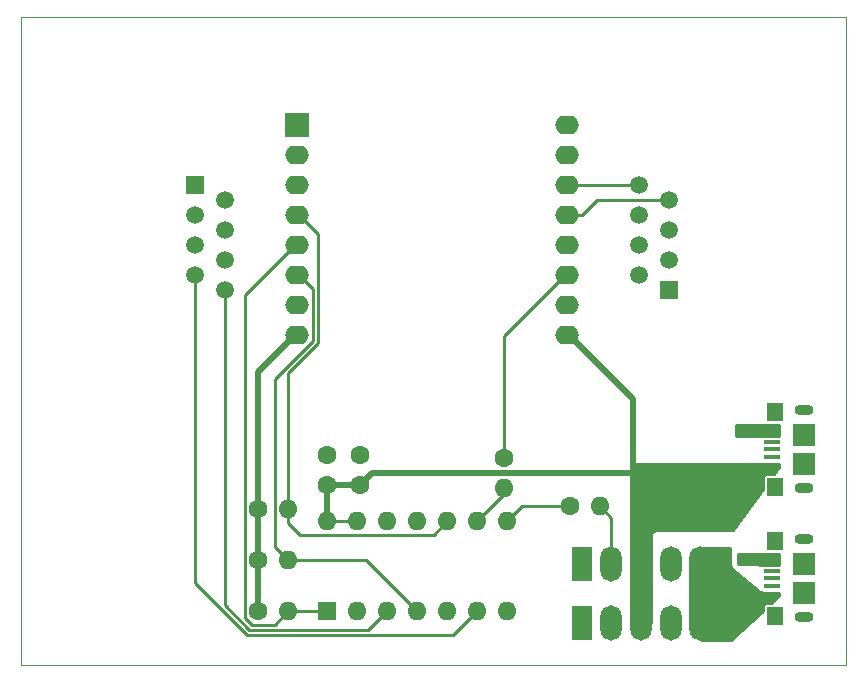
<source format=gbr>
%TF.GenerationSoftware,KiCad,Pcbnew,(5.1.4-0-10_14)*%
%TF.CreationDate,2019-12-20T01:32:49-08:00*%
%TF.ProjectId,DeskPCB,4465736b-5043-4422-9e6b-696361645f70,rev?*%
%TF.SameCoordinates,Original*%
%TF.FileFunction,Copper,L1,Top*%
%TF.FilePolarity,Positive*%
%FSLAX46Y46*%
G04 Gerber Fmt 4.6, Leading zero omitted, Abs format (unit mm)*
G04 Created by KiCad (PCBNEW (5.1.4-0-10_14)) date 2019-12-20 01:32:49*
%MOMM*%
%LPD*%
G04 APERTURE LIST*
%ADD10C,0.050000*%
%ADD11R,1.500000X1.500000*%
%ADD12C,1.500000*%
%ADD13O,1.600000X1.600000*%
%ADD14R,1.600000X1.600000*%
%ADD15C,1.600000*%
%ADD16O,2.000000X1.600000*%
%ADD17R,2.000000X2.000000*%
%ADD18R,1.350000X0.400000*%
%ADD19R,1.550000X0.400000*%
%ADD20O,1.600000X0.900000*%
%ADD21R,1.400000X1.600000*%
%ADD22R,1.900000X1.900000*%
%ADD23O,1.800000X3.000000*%
%ADD24R,1.800000X3.000000*%
%ADD25C,0.762000*%
%ADD26C,0.254000*%
%ADD27C,0.508000*%
%ADD28C,0.025400*%
G04 APERTURE END LIST*
D10*
X108712000Y-92456000D02*
X38862000Y-92456000D01*
X38862000Y-92456000D02*
X38862000Y-37528500D01*
X108712000Y-37528500D02*
X108712000Y-92456000D01*
X38862000Y-37528500D02*
X108712000Y-37528500D01*
D11*
X53594000Y-51816000D03*
D12*
X56134000Y-53086000D03*
X53594000Y-54356000D03*
X56134000Y-55626000D03*
X53594000Y-56896000D03*
X56134000Y-58166000D03*
X53594000Y-59436000D03*
X56134000Y-60706000D03*
D13*
X64770000Y-80264000D03*
X80010000Y-87884000D03*
X67310000Y-80264000D03*
X77470000Y-87884000D03*
X69850000Y-80264000D03*
X74930000Y-87884000D03*
X72390000Y-80264000D03*
X72390000Y-87884000D03*
X74930000Y-80264000D03*
X69850000Y-87884000D03*
X77470000Y-80264000D03*
X67310000Y-87884000D03*
X80010000Y-80264000D03*
D14*
X64770000Y-87884000D03*
D13*
X61468000Y-87884000D03*
D15*
X58928000Y-87884000D03*
D16*
X62230000Y-49276000D03*
D17*
X62230000Y-46736000D03*
D16*
X62230000Y-51816000D03*
X62230000Y-54356000D03*
X62230000Y-56896000D03*
X62230000Y-59436000D03*
X62230000Y-61976000D03*
X62230000Y-64516000D03*
X85090000Y-64516000D03*
X85090000Y-61976000D03*
X85090000Y-59436000D03*
X85090000Y-56896000D03*
X85090000Y-54356000D03*
X85090000Y-51816000D03*
X85090000Y-49276000D03*
X85090000Y-46736000D03*
D18*
X102481000Y-85090000D03*
X102481000Y-84440000D03*
D19*
X102381000Y-83790000D03*
D18*
X102481000Y-85740000D03*
D19*
X102381000Y-86390000D03*
D20*
X105156000Y-81790000D03*
X105156000Y-88390000D03*
D21*
X102706000Y-88290000D03*
X102706000Y-81890000D03*
D22*
X105156000Y-86290000D03*
X105156000Y-83890000D03*
D23*
X96360000Y-83900000D03*
X96360000Y-88900000D03*
X93860000Y-83900000D03*
X93860000Y-88900000D03*
X91360000Y-83900000D03*
X91360000Y-88900000D03*
X88860000Y-83900000D03*
X88860000Y-88900000D03*
D24*
X86360000Y-83900000D03*
X86360000Y-88900000D03*
D18*
X102481000Y-74168000D03*
X102481000Y-73518000D03*
D19*
X102381000Y-72868000D03*
D18*
X102481000Y-74818000D03*
D19*
X102381000Y-75468000D03*
D20*
X105156000Y-70868000D03*
X105156000Y-77468000D03*
D21*
X102706000Y-77368000D03*
X102706000Y-70968000D03*
D22*
X105156000Y-75368000D03*
X105156000Y-72968000D03*
D13*
X79756000Y-77470000D03*
D15*
X79756000Y-74930000D03*
X67564000Y-77176000D03*
X67564000Y-74676000D03*
X64770000Y-77176000D03*
X64770000Y-74676000D03*
D11*
X93726000Y-60706000D03*
D12*
X91186000Y-59436000D03*
X93726000Y-58166000D03*
X91186000Y-56896000D03*
X93726000Y-55626000D03*
X91186000Y-54356000D03*
X93726000Y-53086000D03*
X91186000Y-51816000D03*
D15*
X85344000Y-78994000D03*
D13*
X87884000Y-78994000D03*
D15*
X58928000Y-83566000D03*
D13*
X61468000Y-83566000D03*
D15*
X58928000Y-79248000D03*
D13*
X61468000Y-79248000D03*
D25*
X99923600Y-72517000D03*
X100863400Y-72517000D03*
X99923600Y-83413600D03*
X100863400Y-83413600D03*
D26*
X84509000Y-51816000D02*
X84709000Y-51816000D01*
X85090000Y-51816000D02*
X91186000Y-51816000D01*
X85159010Y-54356000D02*
X85159010Y-54169600D01*
X84509000Y-54356000D02*
X84709000Y-54356000D01*
X84709000Y-54356000D02*
X85959000Y-54356000D01*
X85159010Y-54169600D02*
X85027205Y-54037795D01*
X87614000Y-53086000D02*
X93726000Y-53086000D01*
X86344000Y-54356000D02*
X87614000Y-53086000D01*
X85090000Y-54356000D02*
X86344000Y-54356000D01*
X56134000Y-61766660D02*
X56134000Y-60706000D01*
X56134000Y-87372534D02*
X56134000Y-61766660D01*
X58207476Y-89446010D02*
X56134000Y-87372534D01*
X68287990Y-89446010D02*
X58207476Y-89446010D01*
X69850000Y-87884000D02*
X68287990Y-89446010D01*
X53594000Y-85461166D02*
X53594000Y-60496660D01*
X58023353Y-89890519D02*
X53594000Y-85461166D01*
X53594000Y-60496660D02*
X53594000Y-59436000D01*
X75463481Y-89890519D02*
X58023353Y-89890519D01*
X77470000Y-87884000D02*
X75463481Y-89890519D01*
X64730000Y-80224000D02*
X64770000Y-80264000D01*
X64770000Y-80264000D02*
X67310000Y-80264000D01*
D27*
X85090000Y-64516000D02*
X85290000Y-64516000D01*
X67564000Y-77176000D02*
X64770000Y-77176000D01*
X64770000Y-77176000D02*
X64770000Y-80264000D01*
X85290000Y-64516000D02*
X90678000Y-69904000D01*
X90678000Y-69904000D02*
X90678000Y-75565000D01*
X68565499Y-76174501D02*
X91859001Y-76174501D01*
X67564000Y-77176000D02*
X68565499Y-76174501D01*
D26*
X88860000Y-82573500D02*
X88860000Y-83900000D01*
X88860000Y-79970000D02*
X88860000Y-83900000D01*
X87884000Y-78994000D02*
X88860000Y-79970000D01*
D27*
X58928000Y-67618000D02*
X58928000Y-79248000D01*
X62030000Y-64516000D02*
X58928000Y-67618000D01*
X62230000Y-64516000D02*
X62030000Y-64516000D01*
X58928000Y-79248000D02*
X58928000Y-83566000D01*
X58928000Y-83566000D02*
X58928000Y-87884000D01*
D26*
X62030000Y-56896000D02*
X57810499Y-61115501D01*
X58391599Y-89001501D02*
X60350499Y-89001501D01*
X57810499Y-88420401D02*
X58391599Y-89001501D01*
X60350499Y-89001501D02*
X61468000Y-87884000D01*
X57810499Y-61115501D02*
X57810499Y-88420401D01*
X62230000Y-56896000D02*
X62030000Y-56896000D01*
X62599370Y-87884000D02*
X64770000Y-87884000D01*
X61468000Y-87884000D02*
X62599370Y-87884000D01*
X73812499Y-81381501D02*
X74930000Y-80264000D01*
X62470131Y-81381501D02*
X73812499Y-81381501D01*
X61468000Y-80379370D02*
X62470131Y-81381501D01*
X61468000Y-79248000D02*
X61468000Y-80379370D01*
X62430000Y-54356000D02*
X62230000Y-54356000D01*
X63992020Y-55918020D02*
X62430000Y-54356000D01*
X63992020Y-65163009D02*
X63992020Y-55918020D01*
X61468000Y-67687029D02*
X63992020Y-65163009D01*
X61468000Y-78994000D02*
X61468000Y-67687029D01*
X62230000Y-59436000D02*
X62030000Y-59436000D01*
X60350499Y-82448499D02*
X61468000Y-83566000D01*
X60350499Y-68175898D02*
X60350499Y-82448499D01*
X63547510Y-64978887D02*
X60350499Y-68175898D01*
X63547510Y-60553510D02*
X63547510Y-64978887D01*
X62430000Y-59436000D02*
X63547510Y-60553510D01*
X62230000Y-59436000D02*
X62430000Y-59436000D01*
X68072000Y-83566000D02*
X72390000Y-87884000D01*
X61468000Y-83566000D02*
X68072000Y-83566000D01*
X79756000Y-77978000D02*
X79756000Y-77470000D01*
X77470000Y-80264000D02*
X79756000Y-77978000D01*
X84890000Y-59436000D02*
X85090000Y-59436000D01*
X79756000Y-64570000D02*
X84890000Y-59436000D01*
X79756000Y-74930000D02*
X79756000Y-64570000D01*
X81280000Y-78994000D02*
X85344000Y-78994000D01*
X80010000Y-80264000D02*
X81280000Y-78994000D01*
G36*
X101929816Y-82998676D02*
G01*
X101943759Y-83002906D01*
X102006000Y-83009036D01*
X103073200Y-83009036D01*
X103073200Y-83920745D01*
X99542600Y-83897050D01*
X99542600Y-82982655D01*
X101929816Y-82998676D01*
X101929816Y-82998676D01*
G37*
X101929816Y-82998676D02*
X101943759Y-83002906D01*
X102006000Y-83009036D01*
X103073200Y-83009036D01*
X103073200Y-83920745D01*
X99542600Y-83897050D01*
X99542600Y-82982655D01*
X101929816Y-82998676D01*
G36*
X102006000Y-72087036D02*
G01*
X103073200Y-72087036D01*
X103073200Y-72998964D01*
X101806000Y-72998964D01*
X101799542Y-72999600D01*
X99364800Y-72999600D01*
X99364800Y-72085200D01*
X101987358Y-72085200D01*
X102006000Y-72087036D01*
X102006000Y-72087036D01*
G37*
X102006000Y-72087036D02*
X103073200Y-72087036D01*
X103073200Y-72998964D01*
X101806000Y-72998964D01*
X101799542Y-72999600D01*
X99364800Y-72999600D01*
X99364800Y-72085200D01*
X101987358Y-72085200D01*
X102006000Y-72087036D01*
D28*
G36*
X97256600Y-88861988D02*
G01*
X95453200Y-88874511D01*
X95453200Y-83845312D01*
X97256600Y-83832789D01*
X97256600Y-88861988D01*
X97256600Y-88861988D01*
G37*
X97256600Y-88861988D02*
X95453200Y-88874511D01*
X95453200Y-83845312D01*
X97256600Y-83832789D01*
X97256600Y-88861988D01*
D26*
G36*
X98853649Y-82498467D02*
G01*
X98894043Y-82525457D01*
X98921033Y-82565851D01*
X98933000Y-82626010D01*
X98933000Y-83954267D01*
X98936068Y-83982013D01*
X98960315Y-84090316D01*
X98968109Y-84113961D01*
X98983976Y-84140511D01*
X99052088Y-84228137D01*
X99071538Y-84248160D01*
X101448790Y-86209393D01*
X101466799Y-86221809D01*
X101542562Y-86264922D01*
X101565303Y-86275055D01*
X101583582Y-86279658D01*
X101669460Y-86294616D01*
X101691252Y-86296500D01*
X102952739Y-86296500D01*
X103000749Y-86306050D01*
X103030842Y-86326158D01*
X103050950Y-86356251D01*
X103060500Y-86404261D01*
X103060500Y-86489641D01*
X103047316Y-86552625D01*
X103009982Y-86605027D01*
X102396883Y-87170964D01*
X102006000Y-87170964D01*
X101943759Y-87177094D01*
X101883910Y-87195249D01*
X101828753Y-87224731D01*
X101780407Y-87264407D01*
X101740731Y-87312753D01*
X101711249Y-87367910D01*
X101693094Y-87427759D01*
X101686964Y-87490000D01*
X101686964Y-87826274D01*
X99055549Y-90255272D01*
X99006122Y-90286196D01*
X98948822Y-90297000D01*
X96596010Y-90297000D01*
X96535851Y-90285033D01*
X96495457Y-90258043D01*
X96468467Y-90217649D01*
X96456500Y-90157490D01*
X96456500Y-82626010D01*
X96468467Y-82565851D01*
X96495457Y-82525457D01*
X96535851Y-82498467D01*
X96596010Y-82486500D01*
X98793490Y-82486500D01*
X98853649Y-82498467D01*
X98853649Y-82498467D01*
G37*
X98853649Y-82498467D02*
X98894043Y-82525457D01*
X98921033Y-82565851D01*
X98933000Y-82626010D01*
X98933000Y-83954267D01*
X98936068Y-83982013D01*
X98960315Y-84090316D01*
X98968109Y-84113961D01*
X98983976Y-84140511D01*
X99052088Y-84228137D01*
X99071538Y-84248160D01*
X101448790Y-86209393D01*
X101466799Y-86221809D01*
X101542562Y-86264922D01*
X101565303Y-86275055D01*
X101583582Y-86279658D01*
X101669460Y-86294616D01*
X101691252Y-86296500D01*
X102952739Y-86296500D01*
X103000749Y-86306050D01*
X103030842Y-86326158D01*
X103050950Y-86356251D01*
X103060500Y-86404261D01*
X103060500Y-86489641D01*
X103047316Y-86552625D01*
X103009982Y-86605027D01*
X102396883Y-87170964D01*
X102006000Y-87170964D01*
X101943759Y-87177094D01*
X101883910Y-87195249D01*
X101828753Y-87224731D01*
X101780407Y-87264407D01*
X101740731Y-87312753D01*
X101711249Y-87367910D01*
X101693094Y-87427759D01*
X101686964Y-87490000D01*
X101686964Y-87826274D01*
X99055549Y-90255272D01*
X99006122Y-90286196D01*
X98948822Y-90297000D01*
X96596010Y-90297000D01*
X96535851Y-90285033D01*
X96495457Y-90258043D01*
X96468467Y-90217649D01*
X96456500Y-90157490D01*
X96456500Y-82626010D01*
X96468467Y-82565851D01*
X96495457Y-82525457D01*
X96535851Y-82498467D01*
X96596010Y-82486500D01*
X98793490Y-82486500D01*
X98853649Y-82498467D01*
G36*
X103000749Y-75384050D02*
G01*
X103030842Y-75404158D01*
X103050950Y-75434251D01*
X103060500Y-75482261D01*
X103060500Y-75598861D01*
X103052683Y-75647903D01*
X103030008Y-75692084D01*
X102622061Y-76248964D01*
X102006000Y-76248964D01*
X101943759Y-76255094D01*
X101883910Y-76273249D01*
X101828753Y-76302731D01*
X101780407Y-76342407D01*
X101740731Y-76390753D01*
X101711249Y-76445910D01*
X101693094Y-76505759D01*
X101686964Y-76568000D01*
X101686964Y-77525446D01*
X99169505Y-80961977D01*
X99114025Y-81009080D01*
X99043240Y-81026000D01*
X92583000Y-81026000D01*
X92558223Y-81028440D01*
X92461021Y-81047775D01*
X92437197Y-81055002D01*
X92415241Y-81066738D01*
X92332838Y-81121798D01*
X92313592Y-81137592D01*
X92297798Y-81156838D01*
X92242738Y-81239241D01*
X92231002Y-81261197D01*
X92223775Y-81285021D01*
X92204440Y-81382223D01*
X92202000Y-81407000D01*
X92202000Y-84124990D01*
X92190033Y-84185149D01*
X92163043Y-84225543D01*
X92122649Y-84252533D01*
X92062490Y-84264500D01*
X90690510Y-84264500D01*
X90630351Y-84252533D01*
X90589957Y-84225543D01*
X90562967Y-84185149D01*
X90551000Y-84124990D01*
X90551000Y-75514010D01*
X90562967Y-75453851D01*
X90589957Y-75413457D01*
X90630351Y-75386467D01*
X90690510Y-75374500D01*
X102952739Y-75374500D01*
X103000749Y-75384050D01*
X103000749Y-75384050D01*
G37*
X103000749Y-75384050D02*
X103030842Y-75404158D01*
X103050950Y-75434251D01*
X103060500Y-75482261D01*
X103060500Y-75598861D01*
X103052683Y-75647903D01*
X103030008Y-75692084D01*
X102622061Y-76248964D01*
X102006000Y-76248964D01*
X101943759Y-76255094D01*
X101883910Y-76273249D01*
X101828753Y-76302731D01*
X101780407Y-76342407D01*
X101740731Y-76390753D01*
X101711249Y-76445910D01*
X101693094Y-76505759D01*
X101686964Y-76568000D01*
X101686964Y-77525446D01*
X99169505Y-80961977D01*
X99114025Y-81009080D01*
X99043240Y-81026000D01*
X92583000Y-81026000D01*
X92558223Y-81028440D01*
X92461021Y-81047775D01*
X92437197Y-81055002D01*
X92415241Y-81066738D01*
X92332838Y-81121798D01*
X92313592Y-81137592D01*
X92297798Y-81156838D01*
X92242738Y-81239241D01*
X92231002Y-81261197D01*
X92223775Y-81285021D01*
X92204440Y-81382223D01*
X92202000Y-81407000D01*
X92202000Y-84124990D01*
X92190033Y-84185149D01*
X92163043Y-84225543D01*
X92122649Y-84252533D01*
X92062490Y-84264500D01*
X90690510Y-84264500D01*
X90630351Y-84252533D01*
X90589957Y-84225543D01*
X90562967Y-84185149D01*
X90551000Y-84124990D01*
X90551000Y-75514010D01*
X90562967Y-75453851D01*
X90589957Y-75413457D01*
X90630351Y-75386467D01*
X90690510Y-75374500D01*
X102952739Y-75374500D01*
X103000749Y-75384050D01*
G36*
X92122649Y-83323967D02*
G01*
X92163043Y-83350957D01*
X92190033Y-83391351D01*
X92202000Y-83451510D01*
X92202000Y-88760490D01*
X92190033Y-88820649D01*
X92163043Y-88861043D01*
X92122649Y-88888033D01*
X92062490Y-88900000D01*
X90690510Y-88900000D01*
X90630351Y-88888033D01*
X90589957Y-88861043D01*
X90562967Y-88820649D01*
X90551000Y-88760490D01*
X90551000Y-83451510D01*
X90562967Y-83391351D01*
X90589957Y-83350957D01*
X90630351Y-83323967D01*
X90690510Y-83312000D01*
X92062490Y-83312000D01*
X92122649Y-83323967D01*
X92122649Y-83323967D01*
G37*
X92122649Y-83323967D02*
X92163043Y-83350957D01*
X92190033Y-83391351D01*
X92202000Y-83451510D01*
X92202000Y-88760490D01*
X92190033Y-88820649D01*
X92163043Y-88861043D01*
X92122649Y-88888033D01*
X92062490Y-88900000D01*
X90690510Y-88900000D01*
X90630351Y-88888033D01*
X90589957Y-88861043D01*
X90562967Y-88820649D01*
X90551000Y-88760490D01*
X90551000Y-83451510D01*
X90562967Y-83391351D01*
X90589957Y-83350957D01*
X90630351Y-83323967D01*
X90690510Y-83312000D01*
X92062490Y-83312000D01*
X92122649Y-83323967D01*
M02*

</source>
